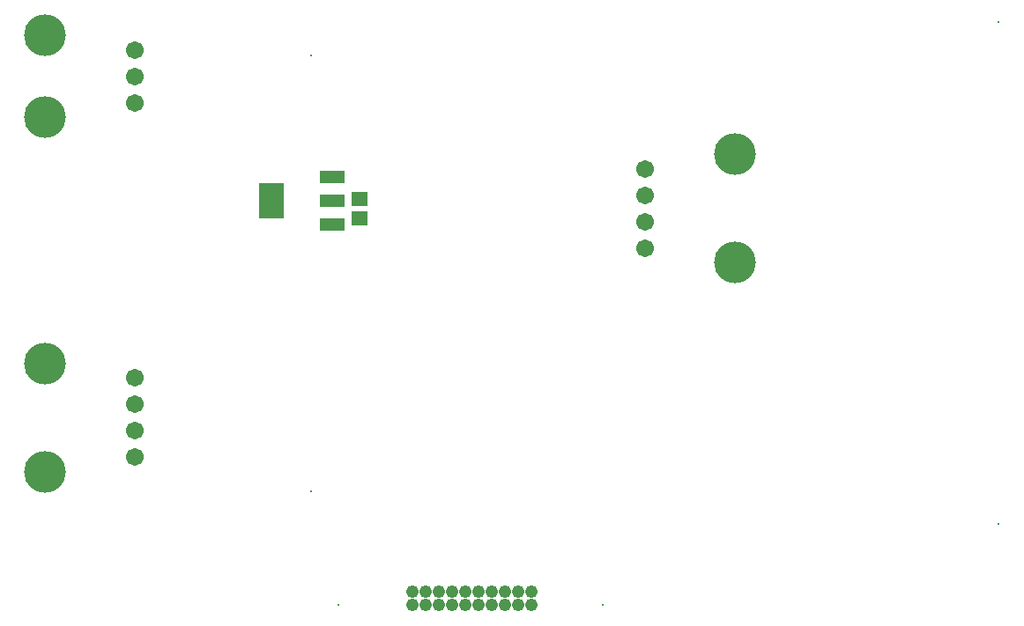
<source format=gbs>
G04 Layer_Color=16711935*
%FSLAX24Y24*%
%MOIN*%
G70*
G01*
G75*
%ADD33C,0.0080*%
%ADD34C,0.0486*%
%ADD35C,0.1576*%
%ADD36C,0.0671*%
%ADD37R,0.0926X0.1360*%
%ADD38R,0.0926X0.0454*%
%ADD39R,0.0631X0.0533*%
D33*
X11650Y6300D02*
D03*
X37650Y5050D02*
D03*
Y24050D02*
D03*
X11650Y22800D02*
D03*
X12700Y2000D02*
D03*
X22700D02*
D03*
D34*
X20000D02*
D03*
Y2500D02*
D03*
X19500D02*
D03*
X19000D02*
D03*
X18500D02*
D03*
X18000D02*
D03*
X17500D02*
D03*
X17000D02*
D03*
X16500D02*
D03*
X16000D02*
D03*
X15500D02*
D03*
Y2000D02*
D03*
X16000D02*
D03*
X17000D02*
D03*
X16500D02*
D03*
X17500D02*
D03*
X18000D02*
D03*
X18500D02*
D03*
X19000D02*
D03*
X19500D02*
D03*
D35*
X1599Y11128D02*
D03*
Y7026D02*
D03*
X1598Y20449D02*
D03*
Y23551D02*
D03*
X27701Y14949D02*
D03*
Y19051D02*
D03*
D36*
X5001Y10577D02*
D03*
Y9577D02*
D03*
Y8577D02*
D03*
Y7577D02*
D03*
X5000Y21000D02*
D03*
Y22000D02*
D03*
Y23000D02*
D03*
X24299Y15500D02*
D03*
Y16500D02*
D03*
Y17500D02*
D03*
Y18500D02*
D03*
D37*
X10158Y17300D02*
D03*
D38*
X12442Y18206D02*
D03*
Y16394D02*
D03*
Y17300D02*
D03*
D39*
X13500Y16636D02*
D03*
Y17364D02*
D03*
M02*

</source>
